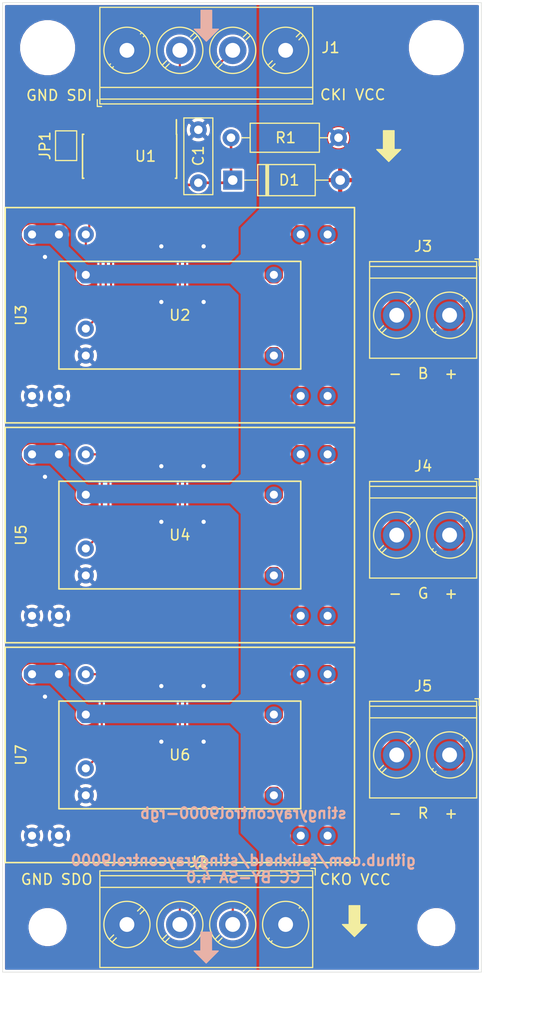
<source format=kicad_pcb>
(kicad_pcb (version 20171130) (host pcbnew "(5.1.0-rc2-47-g6eb84e42f)")
  (layers (0 F.Cu signal) (31 B.Cu signal) (34 B.Paste user) (35 F.Paste user) (36 B.SilkS user) (37 F.SilkS user) (38 B.Mask user) (39 F.Mask user) (44 Edge.Cuts user))
  (net 0 "")
  (net 1 /CKI)
  (net 2 /SDI)
  (net 3 GND)
  (net 4 /SDO)
  (net 5 /CKO)
  (net 6 +5V)
  (net 7 +24V)
  (net 8 /R+)
  (net 9 /R-)
  (net 10 /G+)
  (net 11 /G-)
  (net 12 /B-)
  (net 13 /B+)
  (net 14 /B)
  (net 15 /G)
  (net 16 /R)
  (net 17 /polarity)
  (module Jumper:SolderJumper-2_P1.3mm_Open_TrianglePad1.0x1.5mm (layer F.Cu) (at 164.25 59 270)
    (fp_text reference JP1 (at 0 2 270) (layer F.SilkS))
    (fp_text value SolderJumper_2_Open)
    (fp_line (start -1.4 1) (end -1.4 -1) (layer F.SilkS) (width 0.12))
    (fp_line (start 1.4 1) (end -1.4 1) (layer F.SilkS) (width 0.12))
    (fp_line (start 1.4 -1) (end 1.4 1) (layer F.SilkS) (width 0.12))
    (fp_line (start -1.4 -1) (end 1.4 -1) (layer F.SilkS) (width 0.12))
    (pad 2 smd custom (at 0.725 0 270) (size 0.3 0.3) (layers F.Cu F.Mask) (net 17 /polarity) (options (clearance outline) (anchor rect)) (primitives (gr_poly (pts (xy -0.65 -0.75) (xy 0.5 -0.75) (xy 0.5 0.75) (xy -0.65 0.75) (xy -0.15 0)) (width 0))))
    (pad 1 smd custom (at -0.725 0 270) (size 0.3 0.3) (layers F.Cu F.Mask) (net 3 GND) (options (clearance outline) (anchor rect)) (primitives (gr_poly (pts (xy -0.5 -0.75) (xy 0.5 -0.75) (xy 1 0) (xy 0.5 0.75) (xy -0.5 0.75)) (width 0))))
  )
  (module meanwell_led_driver:LDD_H (layer F.Cu) (at 175 116.5 90)
    (fp_text reference U7 (at 0 -15 90) (layer F.SilkS))
    (fp_text value LDD-H)
    (fp_line (start -10.16 -16.51) (end 10.16 -16.51) (layer F.SilkS) (width 0.15))
    (fp_line (start 10.16 -16.51) (end 10.16 16.51) (layer F.SilkS) (width 0.15))
    (fp_line (start 10.16 16.51) (end -10.16 16.51) (layer F.SilkS) (width 0.15))
    (fp_line (start -10.16 16.51) (end -10.16 -16.51) (layer F.SilkS) (width 0.15))
    (pad 1 thru_hole circle (at -7.62 -13.97 90) (size 1.524 1.524) (drill 0.762) (layers *.Cu *.Mask) (net 3 GND))
    (pad 2 thru_hole circle (at -7.62 -11.43 90) (size 1.524 1.524) (drill 0.762) (layers *.Cu *.Mask) (net 3 GND))
    (pad 11 thru_hole circle (at -7.62 11.43 90) (size 1.524 1.524) (drill 0.762) (layers *.Cu *.Mask) (net 9 /R-))
    (pad 12 thru_hole circle (at -7.62 13.97 90) (size 1.524 1.524) (drill 0.762) (layers *.Cu *.Mask) (net 9 /R-))
    (pad 13 thru_hole circle (at 7.62 13.97 90) (size 1.524 1.524) (drill 0.762) (layers *.Cu *.Mask) (net 8 /R+))
    (pad 14 thru_hole circle (at 7.62 11.43 90) (size 1.524 1.524) (drill 0.762) (layers *.Cu *.Mask) (net 8 /R+))
    (pad 22 thru_hole circle (at 7.62 -8.89 90) (size 1.524 1.524) (drill 0.762) (layers *.Cu *.Mask) (net 16 /R))
    (pad 23 thru_hole circle (at 7.62 -11.43 90) (size 1.524 1.524) (drill 0.762) (layers *.Cu *.Mask) (net 7 +24V))
    (pad 24 thru_hole circle (at 7.62 -13.97 90) (size 1.524 1.524) (drill 0.762) (layers *.Cu *.Mask) (net 7 +24V))
  )
  (module meanwell_led_driver:LDD_L (layer F.Cu) (at 175 116.5)
    (fp_text reference U6 (at 0 0) (layer F.SilkS))
    (fp_text value LDD-L)
    (fp_line (start -11.43 -5.08) (end 11.43 -5.08) (layer F.SilkS) (width 0.15))
    (fp_line (start 11.43 -5.08) (end 11.43 5.08) (layer F.SilkS) (width 0.15))
    (fp_line (start 11.43 5.08) (end -11.43 5.08) (layer F.SilkS) (width 0.15))
    (fp_line (start -11.43 5.08) (end -11.43 -5.08) (layer F.SilkS) (width 0.15))
    (pad 1 thru_hole circle (at -8.89 -3.81) (size 1.524 1.524) (drill 0.762) (layers *.Cu *.Mask) (net 7 +24V))
    (pad 3 thru_hole circle (at -8.89 1.27) (size 1.524 1.524) (drill 0.762) (layers *.Cu *.Mask) (net 16 /R))
    (pad 4 thru_hole circle (at -8.89 3.81) (size 1.524 1.524) (drill 0.762) (layers *.Cu *.Mask) (net 3 GND))
    (pad 5 thru_hole circle (at 8.89 3.81) (size 1.524 1.524) (drill 0.762) (layers *.Cu *.Mask) (net 9 /R-))
    (pad 6 thru_hole circle (at 8.89 -3.81) (size 1.524 1.524) (drill 0.762) (layers *.Cu *.Mask) (net 8 /R+))
  )
  (module meanwell_led_driver:LDD_H (layer F.Cu) (at 175 95.75 90)
    (fp_text reference U5 (at 0 -15 90) (layer F.SilkS))
    (fp_text value LDD-H)
    (fp_line (start -10.16 16.51) (end -10.16 -16.51) (layer F.SilkS) (width 0.15))
    (fp_line (start 10.16 16.51) (end -10.16 16.51) (layer F.SilkS) (width 0.15))
    (fp_line (start 10.16 -16.51) (end 10.16 16.51) (layer F.SilkS) (width 0.15))
    (fp_line (start -10.16 -16.51) (end 10.16 -16.51) (layer F.SilkS) (width 0.15))
    (pad 24 thru_hole circle (at 7.62 -13.97 90) (size 1.524 1.524) (drill 0.762) (layers *.Cu *.Mask) (net 7 +24V))
    (pad 23 thru_hole circle (at 7.62 -11.43 90) (size 1.524 1.524) (drill 0.762) (layers *.Cu *.Mask) (net 7 +24V))
    (pad 22 thru_hole circle (at 7.62 -8.89 90) (size 1.524 1.524) (drill 0.762) (layers *.Cu *.Mask) (net 15 /G))
    (pad 14 thru_hole circle (at 7.62 11.43 90) (size 1.524 1.524) (drill 0.762) (layers *.Cu *.Mask) (net 10 /G+))
    (pad 13 thru_hole circle (at 7.62 13.97 90) (size 1.524 1.524) (drill 0.762) (layers *.Cu *.Mask) (net 10 /G+))
    (pad 12 thru_hole circle (at -7.62 13.97 90) (size 1.524 1.524) (drill 0.762) (layers *.Cu *.Mask) (net 11 /G-))
    (pad 11 thru_hole circle (at -7.62 11.43 90) (size 1.524 1.524) (drill 0.762) (layers *.Cu *.Mask) (net 11 /G-))
    (pad 2 thru_hole circle (at -7.62 -11.43 90) (size 1.524 1.524) (drill 0.762) (layers *.Cu *.Mask) (net 3 GND))
    (pad 1 thru_hole circle (at -7.62 -13.97 90) (size 1.524 1.524) (drill 0.762) (layers *.Cu *.Mask) (net 3 GND))
  )
  (module meanwell_led_driver:LDD_L (layer F.Cu) (at 175 95.75)
    (fp_text reference U4 (at 0 0) (layer F.SilkS))
    (fp_text value LDD-L)
    (fp_line (start -11.43 5.08) (end -11.43 -5.08) (layer F.SilkS) (width 0.15))
    (fp_line (start 11.43 5.08) (end -11.43 5.08) (layer F.SilkS) (width 0.15))
    (fp_line (start 11.43 -5.08) (end 11.43 5.08) (layer F.SilkS) (width 0.15))
    (fp_line (start -11.43 -5.08) (end 11.43 -5.08) (layer F.SilkS) (width 0.15))
    (pad 6 thru_hole circle (at 8.89 -3.81) (size 1.524 1.524) (drill 0.762) (layers *.Cu *.Mask) (net 10 /G+))
    (pad 5 thru_hole circle (at 8.89 3.81) (size 1.524 1.524) (drill 0.762) (layers *.Cu *.Mask) (net 11 /G-))
    (pad 4 thru_hole circle (at -8.89 3.81) (size 1.524 1.524) (drill 0.762) (layers *.Cu *.Mask) (net 3 GND))
    (pad 3 thru_hole circle (at -8.89 1.27) (size 1.524 1.524) (drill 0.762) (layers *.Cu *.Mask) (net 15 /G))
    (pad 1 thru_hole circle (at -8.89 -3.81) (size 1.524 1.524) (drill 0.762) (layers *.Cu *.Mask) (net 7 +24V))
  )
  (module meanwell_led_driver:LDD_H (layer F.Cu) (at 175 75 90)
    (fp_text reference U3 (at 0 -15 90) (layer F.SilkS))
    (fp_text value LDD-H)
    (fp_line (start -10.16 -16.51) (end 10.16 -16.51) (layer F.SilkS) (width 0.15))
    (fp_line (start 10.16 -16.51) (end 10.16 16.51) (layer F.SilkS) (width 0.15))
    (fp_line (start 10.16 16.51) (end -10.16 16.51) (layer F.SilkS) (width 0.15))
    (fp_line (start -10.16 16.51) (end -10.16 -16.51) (layer F.SilkS) (width 0.15))
    (pad 1 thru_hole circle (at -7.62 -13.97 90) (size 1.524 1.524) (drill 0.762) (layers *.Cu *.Mask) (net 3 GND))
    (pad 2 thru_hole circle (at -7.62 -11.43 90) (size 1.524 1.524) (drill 0.762) (layers *.Cu *.Mask) (net 3 GND))
    (pad 11 thru_hole circle (at -7.62 11.43 90) (size 1.524 1.524) (drill 0.762) (layers *.Cu *.Mask) (net 12 /B-))
    (pad 12 thru_hole circle (at -7.62 13.97 90) (size 1.524 1.524) (drill 0.762) (layers *.Cu *.Mask) (net 12 /B-))
    (pad 13 thru_hole circle (at 7.62 13.97 90) (size 1.524 1.524) (drill 0.762) (layers *.Cu *.Mask) (net 13 /B+))
    (pad 14 thru_hole circle (at 7.62 11.43 90) (size 1.524 1.524) (drill 0.762) (layers *.Cu *.Mask) (net 13 /B+))
    (pad 22 thru_hole circle (at 7.62 -8.89 90) (size 1.524 1.524) (drill 0.762) (layers *.Cu *.Mask) (net 14 /B))
    (pad 23 thru_hole circle (at 7.62 -11.43 90) (size 1.524 1.524) (drill 0.762) (layers *.Cu *.Mask) (net 7 +24V))
    (pad 24 thru_hole circle (at 7.62 -13.97 90) (size 1.524 1.524) (drill 0.762) (layers *.Cu *.Mask) (net 7 +24V))
  )
  (module meanwell_led_driver:LDD_L (layer F.Cu) (at 175 75)
    (fp_text reference U2 (at 0 0) (layer F.SilkS))
    (fp_text value LDD-L)
    (fp_line (start -11.43 -5.08) (end 11.43 -5.08) (layer F.SilkS) (width 0.15))
    (fp_line (start 11.43 -5.08) (end 11.43 5.08) (layer F.SilkS) (width 0.15))
    (fp_line (start 11.43 5.08) (end -11.43 5.08) (layer F.SilkS) (width 0.15))
    (fp_line (start -11.43 5.08) (end -11.43 -5.08) (layer F.SilkS) (width 0.15))
    (pad 1 thru_hole circle (at -8.89 -3.81) (size 1.524 1.524) (drill 0.762) (layers *.Cu *.Mask) (net 7 +24V))
    (pad 3 thru_hole circle (at -8.89 1.27) (size 1.524 1.524) (drill 0.762) (layers *.Cu *.Mask) (net 14 /B))
    (pad 4 thru_hole circle (at -8.89 3.81) (size 1.524 1.524) (drill 0.762) (layers *.Cu *.Mask) (net 3 GND))
    (pad 5 thru_hole circle (at 8.89 3.81) (size 1.524 1.524) (drill 0.762) (layers *.Cu *.Mask) (net 12 /B-))
    (pad 6 thru_hole circle (at 8.89 -3.81) (size 1.524 1.524) (drill 0.762) (layers *.Cu *.Mask) (net 13 /B+))
  )
  (module TerminalBlock_Phoenix:TerminalBlock_Phoenix_PT-1,5-2-5.0-H_1x02_P5.00mm_Horizontal (layer F.Cu) (at 200.5 116.5 180)
    (fp_text reference J5 (at 2.5 6.5 180) (layer F.SilkS))
    (fp_text value Screw_Terminal_01x02)
    (fp_circle (center 0 0) (end 2.18 0) (layer F.SilkS) (width 0.12))
    (fp_circle (center 5 0) (end 7.18 0) (layer F.SilkS) (width 0.12))
    (fp_line (start -2.56 4.6) (end 7.56 4.6) (layer F.SilkS) (width 0.12))
    (fp_line (start -2.56 3.5) (end 7.56 3.5) (layer F.SilkS) (width 0.12))
    (fp_line (start -2.56 -4.06) (end 7.56 -4.06) (layer F.SilkS) (width 0.12))
    (fp_line (start -2.56 5.06) (end 7.56 5.06) (layer F.SilkS) (width 0.12))
    (fp_line (start -2.56 -4.06) (end -2.56 5.06) (layer F.SilkS) (width 0.12))
    (fp_line (start 7.56 -4.06) (end 7.56 5.06) (layer F.SilkS) (width 0.12))
    (fp_line (start 1.654 -1.388) (end 1.547 -1.281) (layer F.SilkS) (width 0.12))
    (fp_line (start -1.282 1.547) (end -1.388 1.654) (layer F.SilkS) (width 0.12))
    (fp_line (start 1.388 -1.654) (end 1.281 -1.547) (layer F.SilkS) (width 0.12))
    (fp_line (start -1.548 1.281) (end -1.654 1.388) (layer F.SilkS) (width 0.12))
    (fp_line (start 6.654 -1.388) (end 6.259 -0.992) (layer F.SilkS) (width 0.12))
    (fp_line (start 3.993 1.274) (end 3.613 1.654) (layer F.SilkS) (width 0.12))
    (fp_line (start 6.388 -1.654) (end 6.008 -1.274) (layer F.SilkS) (width 0.12))
    (fp_line (start 3.742 0.992) (end 3.347 1.388) (layer F.SilkS) (width 0.12))
    (fp_line (start -2.8 4.66) (end -2.8 5.3) (layer F.SilkS) (width 0.12))
    (fp_line (start -2.8 5.3) (end -2.4 5.3) (layer F.SilkS) (width 0.12))
    (pad 1 thru_hole circle (at 0 0 180) (size 2.6 2.6) (drill 1.4) (layers *.Cu *.Mask) (net 8 /R+))
    (pad 2 thru_hole circle (at 5 0 180) (size 2.6 2.6) (drill 1.4) (layers *.Cu *.Mask) (net 9 /R-))
  )
  (module TerminalBlock_Phoenix:TerminalBlock_Phoenix_PT-1,5-2-5.0-H_1x02_P5.00mm_Horizontal (layer F.Cu) (at 200.5 95.75 180)
    (fp_text reference J4 (at 2.5 6.5 180) (layer F.SilkS))
    (fp_text value Screw_Terminal_01x02)
    (fp_circle (center 0 0) (end 2.18 0) (layer F.SilkS) (width 0.12))
    (fp_circle (center 5 0) (end 7.18 0) (layer F.SilkS) (width 0.12))
    (fp_line (start -2.56 4.6) (end 7.56 4.6) (layer F.SilkS) (width 0.12))
    (fp_line (start -2.56 3.5) (end 7.56 3.5) (layer F.SilkS) (width 0.12))
    (fp_line (start -2.56 -4.06) (end 7.56 -4.06) (layer F.SilkS) (width 0.12))
    (fp_line (start -2.56 5.06) (end 7.56 5.06) (layer F.SilkS) (width 0.12))
    (fp_line (start -2.56 -4.06) (end -2.56 5.06) (layer F.SilkS) (width 0.12))
    (fp_line (start 7.56 -4.06) (end 7.56 5.06) (layer F.SilkS) (width 0.12))
    (fp_line (start 1.654 -1.388) (end 1.547 -1.281) (layer F.SilkS) (width 0.12))
    (fp_line (start -1.282 1.547) (end -1.388 1.654) (layer F.SilkS) (width 0.12))
    (fp_line (start 1.388 -1.654) (end 1.281 -1.547) (layer F.SilkS) (width 0.12))
    (fp_line (start -1.548 1.281) (end -1.654 1.388) (layer F.SilkS) (width 0.12))
    (fp_line (start 6.654 -1.388) (end 6.259 -0.992) (layer F.SilkS) (width 0.12))
    (fp_line (start 3.993 1.274) (end 3.613 1.654) (layer F.SilkS) (width 0.12))
    (fp_line (start 6.388 -1.654) (end 6.008 -1.274) (layer F.SilkS) (width 0.12))
    (fp_line (start 3.742 0.992) (end 3.347 1.388) (layer F.SilkS) (width 0.12))
    (fp_line (start -2.8 4.66) (end -2.8 5.3) (layer F.SilkS) (width 0.12))
    (fp_line (start -2.8 5.3) (end -2.4 5.3) (layer F.SilkS) (width 0.12))
    (pad 1 thru_hole circle (at 0 0 180) (size 2.6 2.6) (drill 1.4) (layers *.Cu *.Mask) (net 10 /G+))
    (pad 2 thru_hole circle (at 5 0 180) (size 2.6 2.6) (drill 1.4) (layers *.Cu *.Mask) (net 11 /G-))
  )
  (module TerminalBlock_Phoenix:TerminalBlock_Phoenix_PT-1,5-2-5.0-H_1x02_P5.00mm_Horizontal (layer F.Cu) (at 200.5 75 180)
    (fp_text reference J3 (at 2.5 6.5 180) (layer F.SilkS))
    (fp_text value Screw_Terminal_01x02)
    (fp_circle (center 0 0) (end 2.18 0) (layer F.SilkS) (width 0.12))
    (fp_circle (center 5 0) (end 7.18 0) (layer F.SilkS) (width 0.12))
    (fp_line (start -2.56 4.6) (end 7.56 4.6) (layer F.SilkS) (width 0.12))
    (fp_line (start -2.56 3.5) (end 7.56 3.5) (layer F.SilkS) (width 0.12))
    (fp_line (start -2.56 -4.06) (end 7.56 -4.06) (layer F.SilkS) (width 0.12))
    (fp_line (start -2.56 5.06) (end 7.56 5.06) (layer F.SilkS) (width 0.12))
    (fp_line (start -2.56 -4.06) (end -2.56 5.06) (layer F.SilkS) (width 0.12))
    (fp_line (start 7.56 -4.06) (end 7.56 5.06) (layer F.SilkS) (width 0.12))
    (fp_line (start 1.654 -1.388) (end 1.547 -1.281) (layer F.SilkS) (width 0.12))
    (fp_line (start -1.282 1.547) (end -1.388 1.654) (layer F.SilkS) (width 0.12))
    (fp_line (start 1.388 -1.654) (end 1.281 -1.547) (layer F.SilkS) (width 0.12))
    (fp_line (start -1.548 1.281) (end -1.654 1.388) (layer F.SilkS) (width 0.12))
    (fp_line (start 6.654 -1.388) (end 6.259 -0.992) (layer F.SilkS) (width 0.12))
    (fp_line (start 3.993 1.274) (end 3.613 1.654) (layer F.SilkS) (width 0.12))
    (fp_line (start 6.388 -1.654) (end 6.008 -1.274) (layer F.SilkS) (width 0.12))
    (fp_line (start 3.742 0.992) (end 3.347 1.388) (layer F.SilkS) (width 0.12))
    (fp_line (start -2.8 4.66) (end -2.8 5.3) (layer F.SilkS) (width 0.12))
    (fp_line (start -2.8 5.3) (end -2.4 5.3) (layer F.SilkS) (width 0.12))
    (pad 1 thru_hole circle (at 0 0 180) (size 2.6 2.6) (drill 1.4) (layers *.Cu *.Mask) (net 13 /B+))
    (pad 2 thru_hole circle (at 5 0 180) (size 2.6 2.6) (drill 1.4) (layers *.Cu *.Mask) (net 12 /B-))
  )
  (module TerminalBlock_Phoenix:TerminalBlock_Phoenix_PT-1,5-4-5.0-H_1x04_P5.00mm_Horizontal (layer F.Cu) (at 185 132.5 180)
    (fp_text reference J2 (at 8.255 5.9055 180) (layer F.SilkS))
    (fp_text value Screw_Terminal_01x04)
    (fp_circle (center 0 0) (end 2.18 0) (layer F.SilkS) (width 0.12))
    (fp_circle (center 5 0) (end 7.18 0) (layer F.SilkS) (width 0.12))
    (fp_circle (center 10 0) (end 12.18 0) (layer F.SilkS) (width 0.12))
    (fp_circle (center 15 0) (end 17.18 0) (layer F.SilkS) (width 0.12))
    (fp_line (start -2.56 4.6) (end 17.561 4.6) (layer F.SilkS) (width 0.12))
    (fp_line (start -2.56 3.5) (end 17.561 3.5) (layer F.SilkS) (width 0.12))
    (fp_line (start -2.56 -4.06) (end 17.561 -4.06) (layer F.SilkS) (width 0.12))
    (fp_line (start -2.56 5.06) (end 17.561 5.06) (layer F.SilkS) (width 0.12))
    (fp_line (start -2.56 -4.06) (end -2.56 5.06) (layer F.SilkS) (width 0.12))
    (fp_line (start 17.561 -4.06) (end 17.561 5.06) (layer F.SilkS) (width 0.12))
    (fp_line (start 1.654 -1.388) (end 1.547 -1.281) (layer F.SilkS) (width 0.12))
    (fp_line (start -1.282 1.547) (end -1.388 1.654) (layer F.SilkS) (width 0.12))
    (fp_line (start 1.388 -1.654) (end 1.281 -1.547) (layer F.SilkS) (width 0.12))
    (fp_line (start -1.548 1.281) (end -1.654 1.388) (layer F.SilkS) (width 0.12))
    (fp_line (start 6.654 -1.388) (end 6.259 -0.992) (layer F.SilkS) (width 0.12))
    (fp_line (start 3.993 1.274) (end 3.613 1.654) (layer F.SilkS) (width 0.12))
    (fp_line (start 6.388 -1.654) (end 6.008 -1.274) (layer F.SilkS) (width 0.12))
    (fp_line (start 3.742 0.992) (end 3.347 1.388) (layer F.SilkS) (width 0.12))
    (fp_line (start 11.654 -1.388) (end 11.259 -0.992) (layer F.SilkS) (width 0.12))
    (fp_line (start 8.993 1.274) (end 8.613 1.654) (layer F.SilkS) (width 0.12))
    (fp_line (start 11.388 -1.654) (end 11.008 -1.274) (layer F.SilkS) (width 0.12))
    (fp_line (start 8.742 0.992) (end 8.347 1.388) (layer F.SilkS) (width 0.12))
    (fp_line (start 16.654 -1.388) (end 16.259 -0.992) (layer F.SilkS) (width 0.12))
    (fp_line (start 13.993 1.274) (end 13.613 1.654) (layer F.SilkS) (width 0.12))
    (fp_line (start 16.388 -1.654) (end 16.008 -1.274) (layer F.SilkS) (width 0.12))
    (fp_line (start 13.742 0.992) (end 13.347 1.388) (layer F.SilkS) (width 0.12))
    (fp_line (start -2.8 4.66) (end -2.8 5.3) (layer F.SilkS) (width 0.12))
    (fp_line (start -2.8 5.3) (end -2.4 5.3) (layer F.SilkS) (width 0.12))
    (pad 1 thru_hole circle (at 0 0 180) (size 2.6 2.6) (drill 1.4) (layers *.Cu *.Mask) (net 7 +24V))
    (pad 2 thru_hole circle (at 5 0 180) (size 2.6 2.6) (drill 1.4) (layers *.Cu *.Mask) (net 5 /CKO))
    (pad 3 thru_hole circle (at 10 0 180) (size 2.6 2.6) (drill 1.4) (layers *.Cu *.Mask) (net 4 /SDO))
    (pad 4 thru_hole circle (at 15 0 180) (size 2.6 2.6) (drill 1.4) (layers *.Cu *.Mask) (net 3 GND))
  )
  (module TerminalBlock_Phoenix:TerminalBlock_Phoenix_PT-1,5-4-5.0-H_1x04_P5.00mm_Horizontal (layer F.Cu) (at 170 50)
    (fp_text reference J1 (at 19.25 -0.25) (layer F.SilkS))
    (fp_text value Screw_Terminal_01x04)
    (fp_line (start -2.8 5.3) (end -2.4 5.3) (layer F.SilkS) (width 0.12))
    (fp_line (start -2.8 4.66) (end -2.8 5.3) (layer F.SilkS) (width 0.12))
    (fp_line (start 13.742 0.992) (end 13.347 1.388) (layer F.SilkS) (width 0.12))
    (fp_line (start 16.388 -1.654) (end 16.008 -1.274) (layer F.SilkS) (width 0.12))
    (fp_line (start 13.993 1.274) (end 13.613 1.654) (layer F.SilkS) (width 0.12))
    (fp_line (start 16.654 -1.388) (end 16.259 -0.992) (layer F.SilkS) (width 0.12))
    (fp_line (start 8.742 0.992) (end 8.347 1.388) (layer F.SilkS) (width 0.12))
    (fp_line (start 11.388 -1.654) (end 11.008 -1.274) (layer F.SilkS) (width 0.12))
    (fp_line (start 8.993 1.274) (end 8.613 1.654) (layer F.SilkS) (width 0.12))
    (fp_line (start 11.654 -1.388) (end 11.259 -0.992) (layer F.SilkS) (width 0.12))
    (fp_line (start 3.742 0.992) (end 3.347 1.388) (layer F.SilkS) (width 0.12))
    (fp_line (start 6.388 -1.654) (end 6.008 -1.274) (layer F.SilkS) (width 0.12))
    (fp_line (start 3.993 1.274) (end 3.613 1.654) (layer F.SilkS) (width 0.12))
    (fp_line (start 6.654 -1.388) (end 6.259 -0.992) (layer F.SilkS) (width 0.12))
    (fp_line (start -1.548 1.281) (end -1.654 1.388) (layer F.SilkS) (width 0.12))
    (fp_line (start 1.388 -1.654) (end 1.281 -1.547) (layer F.SilkS) (width 0.12))
    (fp_line (start -1.282 1.547) (end -1.388 1.654) (layer F.SilkS) (width 0.12))
    (fp_line (start 1.654 -1.388) (end 1.547 -1.281) (layer F.SilkS) (width 0.12))
    (fp_line (start 17.561 -4.06) (end 17.561 5.06) (layer F.SilkS) (width 0.12))
    (fp_line (start -2.56 -4.06) (end -2.56 5.06) (layer F.SilkS) (width 0.12))
    (fp_line (start -2.56 5.06) (end 17.561 5.06) (layer F.SilkS) (width 0.12))
    (fp_line (start -2.56 -4.06) (end 17.561 -4.06) (layer F.SilkS) (width 0.12))
    (fp_line (start -2.56 3.5) (end 17.561 3.5) (layer F.SilkS) (width 0.12))
    (fp_line (start -2.56 4.6) (end 17.561 4.6) (layer F.SilkS) (width 0.12))
    (fp_circle (center 15 0) (end 17.18 0) (layer F.SilkS) (width 0.12))
    (fp_circle (center 10 0) (end 12.18 0) (layer F.SilkS) (width 0.12))
    (fp_circle (center 5 0) (end 7.18 0) (layer F.SilkS) (width 0.12))
    (fp_circle (center 0 0) (end 2.18 0) (layer F.SilkS) (width 0.12))
    (pad 4 thru_hole circle (at 15 0) (size 2.6 2.6) (drill 1.4) (layers *.Cu *.Mask) (net 7 +24V))
    (pad 3 thru_hole circle (at 10 0) (size 2.6 2.6) (drill 1.4) (layers *.Cu *.Mask) (net 1 /CKI))
    (pad 2 thru_hole circle (at 5 0) (size 2.6 2.6) (drill 1.4) (layers *.Cu *.Mask) (net 2 /SDI))
    (pad 1 thru_hole circle (at 0 0) (size 2.6 2.6) (drill 1.4) (layers *.Cu *.Mask) (net 3 GND))
  )
  (module MountingHole:MountingHole_3.2mm_M3_ISO14580 (layer F.Cu) (at 162.5 49.75)
    (fp_text reference MK1)
    (fp_text value Mounting_Hole)
    (pad "" np_thru_hole circle (at 0 0) (size 3.2 3.2) (drill 3.2) (layers *.Cu *.Mask) (clearance 1))
  )
  (module MountingHole:MountingHole_3.2mm_M3_ISO14580 (layer F.Cu) (at 199.25 49.75)
    (fp_text reference MK2)
    (fp_text value Mounting_Hole)
    (pad "" np_thru_hole circle (at 0 0) (size 3.2 3.2) (drill 3.2) (layers *.Cu *.Mask) (clearance 1))
  )
  (module Package_SO:SOIC-14_3.9x8.7mm_P1.27mm (layer F.Cu) (at 170.25 60 270)
    (fp_text reference U1 (at 0 -1.5) (layer F.SilkS))
    (fp_text value ws2801)
    (fp_line (start -2.075 -4.45) (end -2.075 -4.425) (layer F.SilkS) (width 0.15))
    (fp_line (start 2.075 -4.45) (end 2.075 -4.335) (layer F.SilkS) (width 0.15))
    (fp_line (start 2.075 4.45) (end 2.075 4.335) (layer F.SilkS) (width 0.15))
    (fp_line (start -2.075 4.45) (end -2.075 4.335) (layer F.SilkS) (width 0.15))
    (fp_line (start -2.075 -4.45) (end 2.075 -4.45) (layer F.SilkS) (width 0.15))
    (fp_line (start -2.075 4.45) (end 2.075 4.45) (layer F.SilkS) (width 0.15))
    (fp_line (start -2.075 -4.425) (end -3.45 -4.425) (layer F.SilkS) (width 0.15))
    (pad 1 smd rect (at -2.7 -3.81 270) (size 1.5 0.6) (layers F.Cu F.Paste F.Mask) (net 1 /CKI))
    (pad 2 smd rect (at -2.7 -2.54 270) (size 1.5 0.6) (layers F.Cu F.Paste F.Mask) (net 2 /SDI))
    (pad 3 smd rect (at -2.7 -1.27 270) (size 1.5 0.6) (layers F.Cu F.Paste F.Mask) (net 17 /polarity))
    (pad 4 smd rect (at -2.7 0 270) (size 1.5 0.6) (layers F.Cu F.Paste F.Mask) (net 3 GND))
    (pad 5 smd rect (at -2.7 1.27 270) (size 1.5 0.6) (layers F.Cu F.Paste F.Mask) (net 3 GND))
    (pad 6 smd rect (at -2.7 2.54 270) (size 1.5 0.6) (layers F.Cu F.Paste F.Mask) (net 3 GND))
    (pad 7 smd rect (at -2.7 3.81 270) (size 1.5 0.6) (layers F.Cu F.Paste F.Mask) (net 3 GND))
    (pad 8 smd rect (at 2.7 3.81 270) (size 1.5 0.6) (layers F.Cu F.Paste F.Mask) (net 14 /B))
    (pad 9 smd rect (at 2.7 2.54 270) (size 1.5 0.6) (layers F.Cu F.Paste F.Mask) (net 15 /G))
    (pad 10 smd rect (at 2.7 1.27 270) (size 1.5 0.6) (layers F.Cu F.Paste F.Mask) (net 16 /R))
    (pad 11 smd rect (at 2.7 0 270) (size 1.5 0.6) (layers F.Cu F.Paste F.Mask))
    (pad 12 smd rect (at 2.7 -1.27 270) (size 1.5 0.6) (layers F.Cu F.Paste F.Mask) (net 4 /SDO))
    (pad 13 smd rect (at 2.7 -2.54 270) (size 1.5 0.6) (layers F.Cu F.Paste F.Mask) (net 5 /CKO))
    (pad 14 smd rect (at 2.7 -3.81 270) (size 1.5 0.6) (layers F.Cu F.Paste F.Mask) (net 6 +5V))
  )
  (module Capacitor_THT:C_Rect_L7.0mm_W2.5mm_P5.00mm (layer F.Cu) (at 176.75 62.5 90)
    (fp_text reference C1 (at 2.54 0 90) (layer F.SilkS))
    (fp_text value 1u)
    (fp_line (start -1.12 -1.37) (end 6.12 -1.37) (layer F.SilkS) (width 0.12))
    (fp_line (start -1.12 1.37) (end 6.12 1.37) (layer F.SilkS) (width 0.12))
    (fp_line (start -1.12 -1.37) (end -1.12 1.37) (layer F.SilkS) (width 0.12))
    (fp_line (start 6.12 -1.37) (end 6.12 1.37) (layer F.SilkS) (width 0.12))
    (pad 1 thru_hole circle (at 0 0 90) (size 1.6 1.6) (drill 0.8) (layers *.Cu *.Mask) (net 6 +5V))
    (pad 2 thru_hole circle (at 5 0 90) (size 1.6 1.6) (drill 0.8) (layers *.Cu *.Mask) (net 3 GND))
  )
  (module Diode_THT:D_A-405_P10.16mm_Horizontal (layer F.Cu) (at 180 62.25)
    (fp_text reference D1 (at 5.334 0) (layer F.SilkS))
    (fp_text value "D_Zener 5.1V")
    (fp_line (start 2.36 -1.47) (end 2.36 1.47) (layer F.SilkS) (width 0.12))
    (fp_line (start 2.36 1.47) (end 7.8 1.47) (layer F.SilkS) (width 0.12))
    (fp_line (start 7.8 1.47) (end 7.8 -1.47) (layer F.SilkS) (width 0.12))
    (fp_line (start 7.8 -1.47) (end 2.36 -1.47) (layer F.SilkS) (width 0.12))
    (fp_line (start 1.14 0) (end 2.36 0) (layer F.SilkS) (width 0.12))
    (fp_line (start 9.02 0) (end 7.8 0) (layer F.SilkS) (width 0.12))
    (fp_line (start 3.26 -1.47) (end 3.26 1.47) (layer F.SilkS) (width 0.12))
    (fp_line (start 3.38 -1.47) (end 3.38 1.47) (layer F.SilkS) (width 0.12))
    (fp_line (start 3.14 -1.47) (end 3.14 1.47) (layer F.SilkS) (width 0.12))
    (pad 1 thru_hole rect (at 0 0) (size 1.8 1.8) (drill 0.9) (layers *.Cu *.Mask) (net 6 +5V))
    (pad 2 thru_hole oval (at 10.16 0) (size 1.8 1.8) (drill 0.9) (layers *.Cu *.Mask) (net 3 GND))
  )
  (module Resistor_THT:R_Axial_DIN0207_L6.3mm_D2.5mm_P10.16mm_Horizontal (layer F.Cu) (at 190 58.25 180)
    (fp_text reference R1 (at 5 0 180) (layer F.SilkS))
    (fp_text value R)
    (fp_line (start 1.81 -1.37) (end 1.81 1.37) (layer F.SilkS) (width 0.12))
    (fp_line (start 1.81 1.37) (end 8.35 1.37) (layer F.SilkS) (width 0.12))
    (fp_line (start 8.35 1.37) (end 8.35 -1.37) (layer F.SilkS) (width 0.12))
    (fp_line (start 8.35 -1.37) (end 1.81 -1.37) (layer F.SilkS) (width 0.12))
    (fp_line (start 1.04 0) (end 1.81 0) (layer F.SilkS) (width 0.12))
    (fp_line (start 9.12 0) (end 8.35 0) (layer F.SilkS) (width 0.12))
    (pad 1 thru_hole circle (at 0 0 180) (size 1.6 1.6) (drill 0.8) (layers *.Cu *.Mask) (net 7 +24V))
    (pad 2 thru_hole oval (at 10.16 0 180) (size 1.6 1.6) (drill 0.8) (layers *.Cu *.Mask) (net 6 +5V))
  )
  (module MountingHole:MountingHole_3.2mm_M3_ISO14580 (layer F.Cu) (at 162.5 132.75)
    (fp_text reference MK3)
    (fp_text value Mounting_Hole)
    (pad 1 np_thru_hole circle (at 0 0) (size 3.2 3.2) (drill 3.2) (layers *.Cu *.Mask))
  )
  (module MountingHole:MountingHole_3.2mm_M3_ISO14580 (layer F.Cu) (at 199.25 132.75)
    (fp_text reference MK4)
    (fp_text value Mounting_Hole)
    (pad 1 np_thru_hole circle (at 0 0) (size 3.2 3.2) (drill 3.2) (layers *.Cu *.Mask))
  )
  (gr_text stingyraycontrol9000-rgb (at 181 122) (layer B.SilkS) (effects (font (size 1 1) (thickness 0.22)) (justify mirror)))
  (gr_line (start 203.5 45.5) (end 158.25 45.5) (layer Edge.Cuts) (width 0.05))
  (gr_line (start 203.5 137) (end 203.5 45.5) (layer Edge.Cuts) (width 0.05))
  (gr_line (start 158.25 137) (end 203.5 137) (layer Edge.Cuts) (width 0.05))
  (gr_line (start 158.25 45.5) (end 158.25 137) (layer Edge.Cuts) (width 0.05))
  (gr_text "-  B  +" (at 198 80.5) (layer F.SilkS) (effects (font (size 1 1))))
  (gr_text "-  G  +" (at 198 101.25) (layer F.SilkS) (effects (font (size 1 1))))
  (gr_text "-  R  +" (at 198 122) (layer F.SilkS) (effects (font (size 1 1))))
  (gr_text "github.com/felixheld/stingyraycontrol9000\nCC BY-SA 4.0" (at 181 127.25) (layer B.SilkS) (effects (font (size 1 1) (thickness 0.22)) (justify mirror)))
  (gr_poly (pts (xy 194.242 57.579) (xy 195.258 57.579) (xy 195.258 59.357) (xy 195.893 59.357) (xy 194.75 60.5) (xy 193.607 59.357) (xy 194.242 59.357)) (layer F.SilkS) (width 0.1))
  (gr_poly (pts (xy 191 130.722) (xy 192.016 130.722) (xy 192.016 132.5) (xy 192.651 132.5) (xy 191.508 133.643) (xy 190.365 132.5) (xy 191 132.5)) (layer F.SilkS) (width 0.1))
  (gr_poly (pts (xy 177 46.222) (xy 178.016 46.222) (xy 178.016 48) (xy 178.651 48) (xy 177.508 49.143) (xy 176.365 48) (xy 177 48)) (layer B.SilkS) (width 0.1))
  (gr_poly (pts (xy 176.984 133.222) (xy 178 133.222) (xy 178 135) (xy 178.635 135) (xy 177.492 136.143) (xy 176.349 135) (xy 176.984 135)) (layer B.SilkS) (width 0.1))
  (gr_text SDO (at 165.25 128.25) (layer F.SilkS) (effects (font (size 1 1))))
  (gr_text CKO (at 189.75 128.25) (layer F.SilkS) (effects (font (size 1 1))))
  (gr_text CKI (at 189.5 54.194) (layer F.SilkS) (effects (font (size 1 1))))
  (gr_text SDI (at 165.5 54.25) (layer F.SilkS) (effects (font (size 1 1))))
  (gr_text VCC (at 193 54.194) (layer F.SilkS) (effects (font (size 1 1))))
  (gr_text VCC (at 193.5 128.271) (layer F.SilkS) (effects (font (size 1 1))))
  (gr_text GND (at 161.5 128.25) (layer F.SilkS) (effects (font (size 1 1))))
  (gr_text GND (at 162 54.25) (layer F.SilkS) (effects (font (size 1 1))))
  (segment (start 174.06 55.94) (end 180 50) (width 0.2) (layer F.Cu) (net 1))
  (segment (start 174.06 57.3) (end 174.06 55.94) (width 0.2) (layer F.Cu) (net 1))
  (segment (start 175 53.25) (end 175 50) (width 0.2) (layer F.Cu) (net 2))
  (segment (start 172.79 57.3) (end 172.79 55.46) (width 0.2) (layer F.Cu) (net 2))
  (segment (start 172.79 55.46) (end 175 53.25) (width 0.2) (layer F.Cu) (net 2))
  (via (at 173.25 68.5) (size 0.7) (drill 0.4) (layers F.Cu B.Cu) (net 3))
  (via (at 177.25 68.5) (size 0.7) (drill 0.4) (layers F.Cu B.Cu) (net 3))
  (via (at 173.25 73.75) (size 0.7) (drill 0.4) (layers F.Cu B.Cu) (net 3))
  (via (at 177.25 73.75) (size 0.7) (drill 0.4) (layers F.Cu B.Cu) (net 3))
  (via (at 173.25 89.25) (size 0.7) (drill 0.4) (layers F.Cu B.Cu) (net 3))
  (via (at 177.25 89.25) (size 0.7) (drill 0.4) (layers F.Cu B.Cu) (net 3))
  (via (at 177.25 94.5) (size 0.7) (drill 0.4) (layers F.Cu B.Cu) (net 3))
  (via (at 173.25 94.5) (size 0.7) (drill 0.4) (layers F.Cu B.Cu) (net 3))
  (via (at 173.25 110) (size 0.7) (drill 0.4) (layers F.Cu B.Cu) (net 3))
  (via (at 177.25 110) (size 0.7) (drill 0.4) (layers F.Cu B.Cu) (net 3))
  (via (at 177.25 115.25) (size 0.7) (drill 0.4) (layers F.Cu B.Cu) (net 3))
  (via (at 173.25 115.25) (size 0.7) (drill 0.4) (layers F.Cu B.Cu) (net 3))
  (via (at 162.25 90.25) (size 0.7) (drill 0.4) (layers F.Cu B.Cu) (net 3))
  (via (at 162.25 111) (size 0.7) (drill 0.4) (layers F.Cu B.Cu) (net 3))
  (via (at 162.25 69.5) (size 0.7) (drill 0.4) (layers F.Cu B.Cu) (net 3))
  (segment (start 164.25 58.275) (end 164.25 57) (width 0.25) (layer F.Cu) (net 3))
  (segment (start 175 67.75) (end 175 132.5) (width 0.2) (layer F.Cu) (net 4))
  (segment (start 171.52 62.7) (end 171.52 64.27) (width 0.2) (layer F.Cu) (net 4))
  (segment (start 171.52 64.27) (end 175 67.75) (width 0.2) (layer F.Cu) (net 4))
  (segment (start 180 129.75) (end 180 132.5) (width 0.2) (layer F.Cu) (net 5))
  (segment (start 175.5 125.25) (end 180 129.75) (width 0.2) (layer F.Cu) (net 5))
  (segment (start 175.5 67.5) (end 175.5 125.25) (width 0.2) (layer F.Cu) (net 5))
  (segment (start 172.79 62.7) (end 172.79 64.79) (width 0.2) (layer F.Cu) (net 5))
  (segment (start 172.79 64.79) (end 175.5 67.5) (width 0.2) (layer F.Cu) (net 5))
  (segment (start 176.55 62.7) (end 176.75 62.5) (width 0.25) (layer F.Cu) (net 6))
  (segment (start 174.06 62.7) (end 176.55 62.7) (width 0.25) (layer F.Cu) (net 6))
  (segment (start 179.75 62.5) (end 180 62.25) (width 0.25) (layer F.Cu) (net 6))
  (segment (start 176.75 62.5) (end 179.75 62.5) (width 0.25) (layer F.Cu) (net 6))
  (segment (start 179.84 62.09) (end 180 62.25) (width 0.25) (layer F.Cu) (net 6))
  (segment (start 179.84 58.25) (end 179.84 62.09) (width 0.25) (layer F.Cu) (net 6))
  (segment (start 166.44 67.05) (end 166.11 67.38) (width 0.2) (layer F.Cu) (net 14))
  (segment (start 166.44 62.7) (end 166.44 67.05) (width 0.2) (layer F.Cu) (net 14))
  (segment (start 166.871999 75.508001) (end 166.11 76.27) (width 0.2) (layer F.Cu) (net 14))
  (segment (start 167.5 74.88) (end 166.871999 75.508001) (width 0.2) (layer F.Cu) (net 14))
  (segment (start 167.5 69.84763) (end 167.5 74.88) (width 0.2) (layer F.Cu) (net 14))
  (segment (start 166.11 67.38) (end 166.11 68.45763) (width 0.2) (layer F.Cu) (net 14))
  (segment (start 166.11 68.45763) (end 167.5 69.84763) (width 0.2) (layer F.Cu) (net 14))
  (segment (start 167.62 88.13) (end 166.11 88.13) (width 0.2) (layer F.Cu) (net 15))
  (segment (start 167.62 95.51) (end 166.11 97.02) (width 0.2) (layer F.Cu) (net 15))
  (segment (start 167.62 88.13) (end 167.62 95.51) (width 0.2) (layer F.Cu) (net 15))
  (segment (start 168 87.75) (end 167.62 88.13) (width 0.2) (layer F.Cu) (net 15))
  (segment (start 168 65.75) (end 168 87.75) (width 0.2) (layer F.Cu) (net 15))
  (segment (start 167.71 62.7) (end 167.71 65.46) (width 0.2) (layer F.Cu) (net 15))
  (segment (start 167.71 65.46) (end 168 65.75) (width 0.2) (layer F.Cu) (net 15))
  (segment (start 167.62 108.88) (end 166.11 108.88) (width 0.2) (layer F.Cu) (net 16))
  (segment (start 167.62 116.26) (end 166.11 117.77) (width 0.2) (layer F.Cu) (net 16))
  (segment (start 167.62 108.88) (end 167.62 116.26) (width 0.2) (layer F.Cu) (net 16))
  (segment (start 168.98 65.27) (end 168.5 65.75) (width 0.2) (layer F.Cu) (net 16))
  (segment (start 168 108.5) (end 167.62 108.88) (width 0.2) (layer F.Cu) (net 16))
  (segment (start 168.5 88.5) (end 168.25 88.75) (width 0.2) (layer F.Cu) (net 16))
  (segment (start 168.5 65.75) (end 168.5 88.5) (width 0.2) (layer F.Cu) (net 16))
  (segment (start 168.25 88.75) (end 168.25 108.25) (width 0.2) (layer F.Cu) (net 16))
  (segment (start 168.98 62.7) (end 168.98 65.27) (width 0.2) (layer F.Cu) (net 16))
  (segment (start 168.25 108.25) (end 168 108.5) (width 0.2) (layer F.Cu) (net 16))
  (segment (start 165.1 59.725) (end 164.25 59.725) (width 0.2) (layer F.Cu) (net 17))
  (segment (start 170.525 59.725) (end 165.1 59.725) (width 0.2) (layer F.Cu) (net 17))
  (segment (start 171.52 57.3) (end 171.52 58.73) (width 0.2) (layer F.Cu) (net 17))
  (segment (start 171.52 58.73) (end 170.525 59.725) (width 0.2) (layer F.Cu) (net 17))
  (zone (net 3) (net_name GND) (layer F.Cu) (connect_pads (clearance 0.2)) (min_thickness 0.2) (fill yes (arc_segments 16) (thermal_gap 0.3) (thermal_bridge_width 0.4))
    (polygon (pts (xy 158 45.25) (xy 203.75 45.25) (xy 203.75 137.25) (xy 158 137.25)))
  )
  (zone (net 3) (net_name GND) (layer B.Cu) (connect_pads (clearance 0.2)) (min_thickness 0.2) (fill yes (arc_segments 16) (thermal_gap 0.3) (thermal_bridge_width 0.4))
    (polygon (pts (xy 158 45.25) (xy 182.25 45.25) (xy 182.25 137.25) (xy 158 137.25)))
  )
  (zone (net 7) (net_name +24V) (layer B.Cu) (priority 1) (connect_pads (clearance 0.2)) (min_thickness 0.2) (fill yes (arc_segments 16) (thermal_gap 0.3) (thermal_bridge_width 0.4))
    (polygon (pts (xy 203.75 45.25) (xy 203.75 137.25) (xy 182.5 137.25) (xy 182.5 125.625) (xy 180.75 123.875) (xy 180.75 114.5) (xy 179.75 113.5) (xy 165.75 113.5) (xy 165.25 113) (xy 165.25 112.25) (xy 162.75 109.75) (xy 160.75 109.75) (xy 160.25 109.25) (xy 160.25 108.5) (xy 160.75 108) (xy 164 108) (xy 164.5 108.5) (xy 164.5 110) (xy 166.25 111.75) (xy 179.75 111.75) (xy 180.75 110.75) (xy 180.75 93.75) (xy 179.75 92.75) (xy 165.75 92.75) (xy 165.25 92.25) (xy 165.25 91.5) (xy 162.75 89) (xy 160.739444 89) (xy 160.25 88.5) (xy 160.25 87.75) (xy 160.75 87.25) (xy 164 87.25) (xy 164.5 87.75) (xy 164.5 89.25) (xy 166.25 91) (xy 179.75 91) (xy 180.75 90) (xy 180.75 73) (xy 179.75 72) (xy 165.75 72) (xy 165.25 71.5) (xy 165.25 70.75) (xy 162.75 68.25) (xy 160.75 68.25) (xy 160.25 67.75) (xy 160.25 67) (xy 160.75 66.5) (xy 164 66.5) (xy 164.5 67) (xy 164.5 68.5) (xy 166.25 70.25) (xy 179.75 70.25) (xy 180.75 69.25) (xy 180.75 66.75) (xy 182.5 65) (xy 182.5 45.25)))
  )
  (zone (net 9) (net_name /R-) (layer F.Cu) (priority 1) (connect_pads yes (clearance 0.2)) (min_thickness 0.254) (fill yes (arc_segments 32) (thermal_gap 0.3) (thermal_bridge_width 0.3))
    (polygon (pts (xy 183 120) (xy 183.5 119.5) (xy 184.25 119.5) (xy 184.75 120) (xy 184.75 121.75) (xy 186.25 123.25) (xy 189.5 123.25) (xy 194 118.75) (xy 194 116) (xy 195 115) (xy 196 115) (xy 197 116) (xy 197 117.25) (xy 189.5 125) (xy 186 125) (xy 185.5 124.5) (xy 185.5 124) (xy 183 121.5)))
  )
  (zone (net 11) (net_name /G-) (layer F.Cu) (priority 1) (connect_pads yes (clearance 0.2)) (min_thickness 0.254) (fill yes (arc_segments 32) (thermal_gap 0.3) (thermal_bridge_width 0.3))
    (polygon (pts (xy 183 99.25) (xy 183.5 98.75) (xy 184.25 98.75) (xy 184.75 99.25) (xy 184.75 101) (xy 186.25 102.5) (xy 189.5 102.5) (xy 194 98) (xy 194 95.25) (xy 195 94.25) (xy 196 94.25) (xy 197 95.25) (xy 197 96.5) (xy 189.5 104.25) (xy 186 104.25) (xy 185.5 103.75) (xy 185.5 103.25) (xy 183 100.75)))
  )
  (zone (net 12) (net_name /B-) (layer F.Cu) (priority 1) (connect_pads yes (clearance 0.2)) (min_thickness 0.254) (fill yes (arc_segments 32) (thermal_gap 0.3) (thermal_bridge_width 0.3))
    (polygon (pts (xy 183 78.5) (xy 183.5 78) (xy 184.25 78) (xy 184.75 78.5) (xy 184.75 80.25) (xy 186.25 81.75) (xy 189.5 81.75) (xy 194 77.25) (xy 194 74.5) (xy 195 73.5) (xy 196 73.5) (xy 197 74.5) (xy 197 75.75) (xy 189.5 83.5) (xy 186 83.5) (xy 185.5 83) (xy 185.5 82.5) (xy 183 80)))
  )
  (zone (net 8) (net_name /R+) (layer F.Cu) (priority 1) (connect_pads yes (clearance 0.2)) (min_thickness 0.254) (fill yes (arc_segments 32) (thermal_gap 0.3) (thermal_bridge_width 0.3))
    (polygon (pts (xy 183 111.5) (xy 183 113) (xy 183.5 113.5) (xy 184.25 113.5) (xy 184.75 113) (xy 184.75 111.5) (xy 186.5 109.75) (xy 189.25 109.75) (xy 189.5 109.5) (xy 193.75 109.5) (xy 199 114.75) (xy 199 117) (xy 200 118) (xy 201 118) (xy 202 117) (xy 202 116) (xy 194.25 108.25) (xy 189.5 108.25) (xy 189.25 108) (xy 186 108) (xy 185.5 108.5) (xy 185.5 109)))
  )
  (zone (net 10) (net_name /G+) (layer F.Cu) (priority 1) (connect_pads yes (clearance 0.2)) (min_thickness 0.254) (fill yes (arc_segments 32) (thermal_gap 0.3) (thermal_bridge_width 0.3))
    (polygon (pts (xy 183 90.75) (xy 183 92.25) (xy 183.5 92.75) (xy 184.25 92.75) (xy 184.75 92.25) (xy 184.75 90.75) (xy 186.5 89) (xy 189.25 89) (xy 189.5 88.75) (xy 193.75 88.75) (xy 199 94) (xy 199 96.25) (xy 200 97.25) (xy 201 97.25) (xy 202 96.25) (xy 202 95.25) (xy 194.25 87.5) (xy 189.5 87.5) (xy 189.25 87.25) (xy 186 87.25) (xy 185.5 87.75) (xy 185.5 88.25)))
  )
  (zone (net 13) (net_name /B+) (layer F.Cu) (priority 1) (connect_pads yes (clearance 0.2)) (min_thickness 0.254) (fill yes (arc_segments 32) (thermal_gap 0.3) (thermal_bridge_width 0.3))
    (polygon (pts (xy 183 70) (xy 183 71.5) (xy 183.5 72) (xy 184.25 72) (xy 184.75 71.5) (xy 184.75 70) (xy 186.5 68.25) (xy 189.25 68.25) (xy 189.5 68) (xy 193.75 68) (xy 199 73.25) (xy 199 75.5) (xy 200 76.5) (xy 201 76.5) (xy 202 75.5) (xy 202 74.5) (xy 194.25 66.75) (xy 189.5 66.75) (xy 189.25 66.5) (xy 186 66.5) (xy 185.5 67) (xy 185.5 67.5)))
  )
)
</source>
